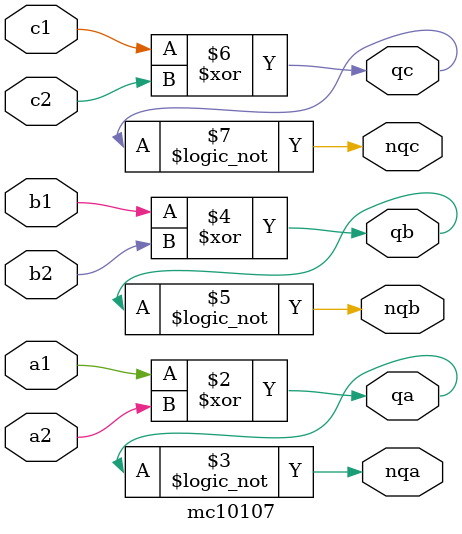
<source format=sv>
module mc10107(input bit a1, a2, b1, b2, c1, c2,
	       output bit qa, nqa,
	       output bit qb, nqb,
	       output bit qc, nqc);
  
  always_comb begin
    qa = a1 ^ a2;
    nqa = !qa;
    qb = b1 ^ b2;
    nqb = !qb;
    qc = c1 ^ c2;
    nqc = !qc;
  end
endmodule // mc10107

</source>
